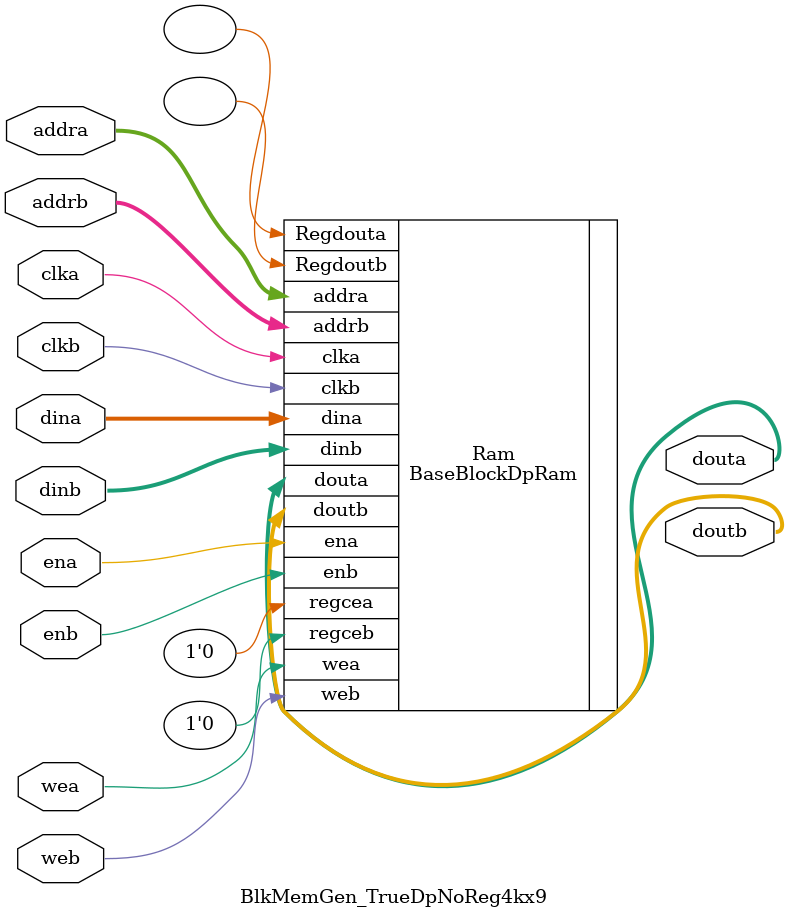
<source format=v>
/*
	BlkMemGen_TrueDpNoReg4kx9.v: Behavior version of block RAM

		  Ted Rossin 9-18-2024
	  		     9-25-2024 

     Note: This is modeling the default WRITE_FIRST or Transparent mode.
*/

`timescale 1ns / 1ps

module BlkMemGen_TrueDpNoReg4kx9 (
     input clka
    ,input ena
    ,input wea
    ,input[11:0] addra
    ,input[8:0] dina
    ,output[8:0] douta

    ,input clkb
    ,input enb
    ,input web
    ,input[11:0] addrb
    ,input[8:0] dinb
    ,output[8:0] doutb
);

    BaseBlockDpRam #(.AddrWidth(12),.DataWidth(9),.Async(0)) Ram(
	 .clka(clka)
    	,.ena(ena)
	,.regcea(1'b0)
	,.wea(wea)
	,.addra(addra)
	,.dina(dina)
	,.douta(douta)
	,.Regdouta()

	,.clkb(clkb)
    	,.enb(enb)
	,.regceb(1'b0)
	,.web(web)
	,.addrb(addrb)
	,.dinb(dinb)
	,.doutb(doutb)
	,.Regdoutb()
    );

endmodule

</source>
